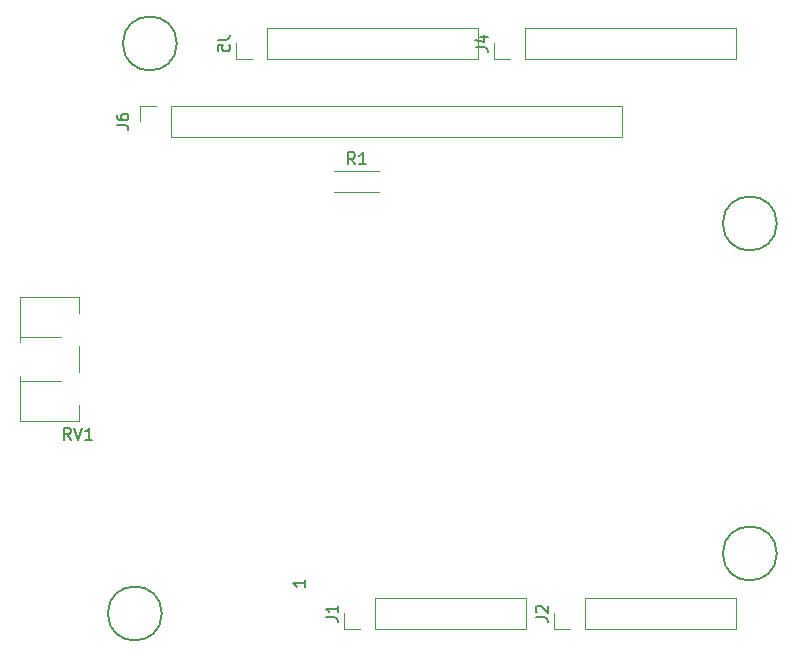
<source format=gbr>
G04 #@! TF.GenerationSoftware,KiCad,Pcbnew,5.1.2-f72e74a~84~ubuntu16.04.1*
G04 #@! TF.CreationDate,2019-07-02T14:45:40+02:00*
G04 #@! TF.ProjectId,Ethernet_Display,45746865-726e-4657-945f-446973706c61,rev?*
G04 #@! TF.SameCoordinates,Original*
G04 #@! TF.FileFunction,Legend,Top*
G04 #@! TF.FilePolarity,Positive*
%FSLAX46Y46*%
G04 Gerber Fmt 4.6, Leading zero omitted, Abs format (unit mm)*
G04 Created by KiCad (PCBNEW 5.1.2-f72e74a~84~ubuntu16.04.1) date 2019-07-02 14:45:40*
%MOMM*%
%LPD*%
G04 APERTURE LIST*
%ADD10C,0.150000*%
%ADD11C,0.120000*%
G04 APERTURE END LIST*
D10*
X139390380Y-120999285D02*
X139390380Y-121570714D01*
X139390380Y-121285000D02*
X138390380Y-121285000D01*
X138533238Y-121380238D01*
X138628476Y-121475476D01*
X138676095Y-121570714D01*
D11*
X141844000Y-88169000D02*
X145684000Y-88169000D01*
X141844000Y-86329000D02*
X145684000Y-86329000D01*
X115222000Y-100850000D02*
X115222000Y-100405000D01*
X115222000Y-104145000D02*
X115222000Y-103700000D01*
X120263000Y-103349000D02*
X120263000Y-101200000D01*
X118761000Y-100405000D02*
X115222000Y-100405000D01*
X118761000Y-104145000D02*
X115222000Y-104145000D01*
X120263000Y-103349000D02*
X120263000Y-101200000D01*
X120263000Y-107546000D02*
X120263000Y-106201000D01*
X120263000Y-98350000D02*
X120263000Y-97005000D01*
X115222000Y-100850000D02*
X115222000Y-97005000D01*
X115222000Y-107546000D02*
X115222000Y-103700000D01*
X120263000Y-97005000D02*
X115222000Y-97005000D01*
X120263000Y-107546000D02*
X115222000Y-107546000D01*
X125416000Y-82169000D02*
X125416000Y-80839000D01*
X125416000Y-80839000D02*
X126746000Y-80839000D01*
X128016000Y-80839000D02*
X166176000Y-80839000D01*
X166176000Y-83499000D02*
X166176000Y-80839000D01*
X128016000Y-83499000D02*
X166176000Y-83499000D01*
X128016000Y-83499000D02*
X128016000Y-80839000D01*
X133545000Y-76895000D02*
X133545000Y-75565000D01*
X134875000Y-76895000D02*
X133545000Y-76895000D01*
X136145000Y-76895000D02*
X136145000Y-74235000D01*
X136145000Y-74235000D02*
X153985000Y-74235000D01*
X136145000Y-76895000D02*
X153985000Y-76895000D01*
X153985000Y-76895000D02*
X153985000Y-74235000D01*
X155388000Y-76895000D02*
X155388000Y-75565000D01*
X156718000Y-76895000D02*
X155388000Y-76895000D01*
X157988000Y-76895000D02*
X157988000Y-74235000D01*
X157988000Y-74235000D02*
X175828000Y-74235000D01*
X157988000Y-76895000D02*
X175828000Y-76895000D01*
X175828000Y-76895000D02*
X175828000Y-74235000D01*
X160468000Y-125155000D02*
X160468000Y-123825000D01*
X161798000Y-125155000D02*
X160468000Y-125155000D01*
X163068000Y-125155000D02*
X163068000Y-122495000D01*
X163068000Y-122495000D02*
X175828000Y-122495000D01*
X163068000Y-125155000D02*
X175828000Y-125155000D01*
X175828000Y-125155000D02*
X175828000Y-122495000D01*
X142688000Y-125155000D02*
X142688000Y-123825000D01*
X144018000Y-125155000D02*
X142688000Y-125155000D01*
X145288000Y-125155000D02*
X145288000Y-122495000D01*
X145288000Y-122495000D02*
X158048000Y-122495000D01*
X145288000Y-125155000D02*
X158048000Y-125155000D01*
X158048000Y-125155000D02*
X158048000Y-122495000D01*
D10*
X127254000Y-123825000D02*
G75*
G03X127254000Y-123825000I-2286000J0D01*
G01*
X179324000Y-118745000D02*
G75*
G03X179324000Y-118745000I-2286000J0D01*
G01*
X128524000Y-75565000D02*
G75*
G03X128524000Y-75565000I-2286000J0D01*
G01*
X179324000Y-90805000D02*
G75*
G03X179324000Y-90805000I-2286000J0D01*
G01*
X143597333Y-85781380D02*
X143264000Y-85305190D01*
X143025904Y-85781380D02*
X143025904Y-84781380D01*
X143406857Y-84781380D01*
X143502095Y-84829000D01*
X143549714Y-84876619D01*
X143597333Y-84971857D01*
X143597333Y-85114714D01*
X143549714Y-85209952D01*
X143502095Y-85257571D01*
X143406857Y-85305190D01*
X143025904Y-85305190D01*
X144549714Y-85781380D02*
X143978285Y-85781380D01*
X144264000Y-85781380D02*
X144264000Y-84781380D01*
X144168761Y-84924238D01*
X144073523Y-85019476D01*
X143978285Y-85067095D01*
X119546761Y-109127380D02*
X119213428Y-108651190D01*
X118975333Y-109127380D02*
X118975333Y-108127380D01*
X119356285Y-108127380D01*
X119451523Y-108175000D01*
X119499142Y-108222619D01*
X119546761Y-108317857D01*
X119546761Y-108460714D01*
X119499142Y-108555952D01*
X119451523Y-108603571D01*
X119356285Y-108651190D01*
X118975333Y-108651190D01*
X119832476Y-108127380D02*
X120165809Y-109127380D01*
X120499142Y-108127380D01*
X121356285Y-109127380D02*
X120784857Y-109127380D01*
X121070571Y-109127380D02*
X121070571Y-108127380D01*
X120975333Y-108270238D01*
X120880095Y-108365476D01*
X120784857Y-108413095D01*
X123428380Y-82502333D02*
X124142666Y-82502333D01*
X124285523Y-82549952D01*
X124380761Y-82645190D01*
X124428380Y-82788047D01*
X124428380Y-82883285D01*
X123428380Y-81597571D02*
X123428380Y-81788047D01*
X123476000Y-81883285D01*
X123523619Y-81930904D01*
X123666476Y-82026142D01*
X123856952Y-82073761D01*
X124237904Y-82073761D01*
X124333142Y-82026142D01*
X124380761Y-81978523D01*
X124428380Y-81883285D01*
X124428380Y-81692809D01*
X124380761Y-81597571D01*
X124333142Y-81549952D01*
X124237904Y-81502333D01*
X123999809Y-81502333D01*
X123904571Y-81549952D01*
X123856952Y-81597571D01*
X123809333Y-81692809D01*
X123809333Y-81883285D01*
X123856952Y-81978523D01*
X123904571Y-82026142D01*
X123999809Y-82073761D01*
X131997380Y-75231666D02*
X132711666Y-75231666D01*
X132854523Y-75184047D01*
X132949761Y-75088809D01*
X132997380Y-74945952D01*
X132997380Y-74850714D01*
X131997380Y-76184047D02*
X131997380Y-75707857D01*
X132473571Y-75660238D01*
X132425952Y-75707857D01*
X132378333Y-75803095D01*
X132378333Y-76041190D01*
X132425952Y-76136428D01*
X132473571Y-76184047D01*
X132568809Y-76231666D01*
X132806904Y-76231666D01*
X132902142Y-76184047D01*
X132949761Y-76136428D01*
X132997380Y-76041190D01*
X132997380Y-75803095D01*
X132949761Y-75707857D01*
X132902142Y-75660238D01*
X153840380Y-75898333D02*
X154554666Y-75898333D01*
X154697523Y-75945952D01*
X154792761Y-76041190D01*
X154840380Y-76184047D01*
X154840380Y-76279285D01*
X154173714Y-74993571D02*
X154840380Y-74993571D01*
X153792761Y-75231666D02*
X154507047Y-75469761D01*
X154507047Y-74850714D01*
X158920380Y-124158333D02*
X159634666Y-124158333D01*
X159777523Y-124205952D01*
X159872761Y-124301190D01*
X159920380Y-124444047D01*
X159920380Y-124539285D01*
X159015619Y-123729761D02*
X158968000Y-123682142D01*
X158920380Y-123586904D01*
X158920380Y-123348809D01*
X158968000Y-123253571D01*
X159015619Y-123205952D01*
X159110857Y-123158333D01*
X159206095Y-123158333D01*
X159348952Y-123205952D01*
X159920380Y-123777380D01*
X159920380Y-123158333D01*
X141140380Y-124158333D02*
X141854666Y-124158333D01*
X141997523Y-124205952D01*
X142092761Y-124301190D01*
X142140380Y-124444047D01*
X142140380Y-124539285D01*
X142140380Y-123158333D02*
X142140380Y-123729761D01*
X142140380Y-123444047D02*
X141140380Y-123444047D01*
X141283238Y-123539285D01*
X141378476Y-123634523D01*
X141426095Y-123729761D01*
M02*

</source>
